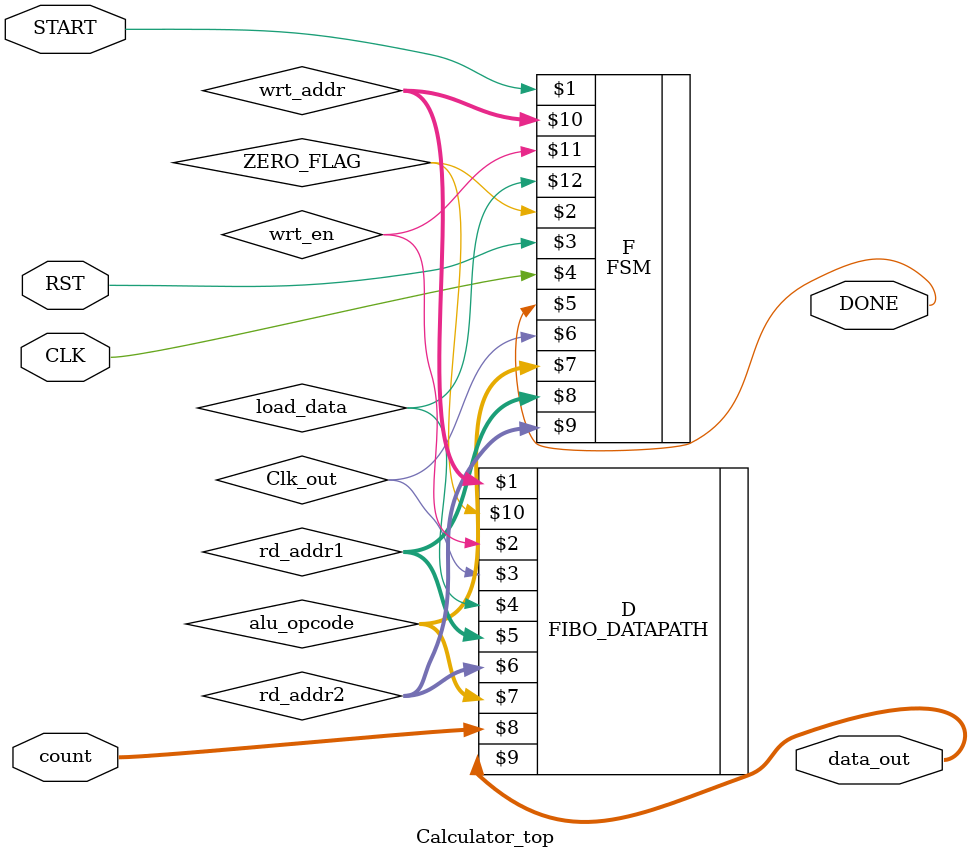
<source format=v>
module Calculator_top(START,RST,CLK,count,DONE,data_out);

parameter size = 4;

(* keep = 1 *) input START,RST,CLK;
(* keep = 1 *) input [size-1:0]count;
(* keep = 1 *) output DONE;
(* keep = 1 *) output [size-1:0]data_out;


(* keep = 1 *) wire ZERO_FLAG,Clk_out,wrt_en,load_data;
(* keep = 1 *) wire [1:0]wrt_addr,rd_addr1,rd_addr2;
(* keep = 1 *) wire [2:0]alu_opcode;

FSM F(START,ZERO_FLAG,RST,CLK,DONE,Clk_out,alu_opcode,rd_addr1,rd_addr2,wrt_addr,wrt_en,load_data);

FIBO_DATAPATH D (wrt_addr,wrt_en,Clk_out,load_data,rd_addr1,rd_addr2,alu_opcode,count,data_out,ZERO_FLAG);


endmodule
</source>
